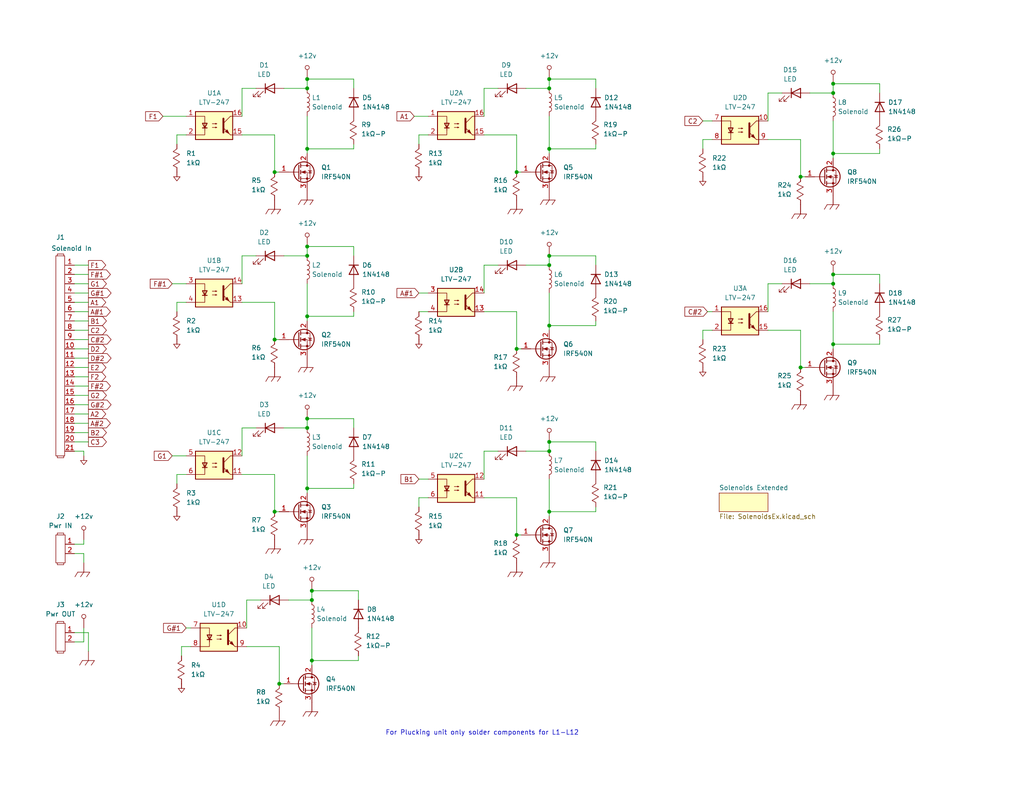
<source format=kicad_sch>
(kicad_sch (version 20250114) (generator "eeschema") (generator_version "9.0")
  (paper "A")
  (title_block (title "Fretting Solenoid Breakout") (date "2025-03-10") (rev "B"))
  (text "For Plucking unit only solder components for L1-L12" (at 131.572 200.152 0) (effects (font (size 1.27 1.27))))
  (junction (at 85.09 180.34))
  (junction (at 83.82 69.85))
  (junction (at 83.82 67.31))
  (junction (at 149.86 40.64))
  (junction (at 149.86 72.39))
  (junction (at 83.82 21.59))
  (junction (at 227.33 22.86))
  (junction (at 149.86 21.59))
  (junction (at 83.82 86.36))
  (junction (at 83.82 40.64))
  (junction (at 227.33 93.98))
  (junction (at 74.93 92.71))
  (junction (at 140.97 46.99))
  (junction (at 85.09 163.83))
  (junction (at 227.33 74.93))
  (junction (at 149.86 88.9))
  (junction (at 149.86 123.19))
  (junction (at 140.97 146.05))
  (junction (at 83.82 24.13))
  (junction (at 218.44 48.26))
  (junction (at 227.33 77.47))
  (junction (at 149.86 24.13))
  (junction (at 76.2 186.69))
  (junction (at 149.86 120.65))
  (junction (at 149.86 139.7))
  (junction (at 85.09 161.29))
  (junction (at 83.82 114.3))
  (junction (at 227.33 41.91))
  (junction (at 74.93 139.7))
  (junction (at 218.44 100.33))
  (junction (at 83.82 133.35))
  (junction (at 140.97 95.25))
  (junction (at 74.93 46.99))
  (junction (at 227.33 25.4))
  (junction (at 149.86 69.85))
  (junction (at 83.82 116.84))
  (wire (pts (xy 140.97 95.25) (xy 142.24 95.25)))
  (wire (pts (xy 20.32 123.19) (xy 22.86 123.19)))
  (wire (pts (xy 20.32 110.49) (xy 24.13 110.49)))
  (wire (pts (xy 20.32 115.57) (xy 24.13 115.57)))
  (wire (pts (xy 83.82 21.59) (xy 96.52 21.59)))
  (wire (pts (xy 44.45 31.75) (xy 50.8 31.75)))
  (wire (pts (xy 162.56 88.9) (xy 162.56 87.63)))
  (wire (pts (xy 149.86 90.17) (xy 149.86 88.9)))
  (wire (pts (xy 85.09 180.34) (xy 85.09 171.45)))
  (wire (pts (xy 20.32 97.79) (xy 24.13 97.79)))
  (wire (pts (xy 149.86 139.7) (xy 149.86 130.81)))
  (wire (pts (xy 209.55 77.47) (xy 209.55 85.09)))
  (wire (pts (xy 77.47 24.13) (xy 83.82 24.13)))
  (wire (pts (xy 83.82 114.3) (xy 83.82 116.84)))
  (wire (pts (xy 83.82 114.3) (xy 96.52 114.3)))
  (wire (pts (xy 48.26 36.83) (xy 48.26 39.37)))
  (wire (pts (xy 240.03 41.91) (xy 240.03 40.64)))
  (wire (pts (xy 114.3 130.81) (xy 116.84 130.81)))
  (wire (pts (xy 96.52 116.84) (xy 96.52 114.3)))
  (wire (pts (xy 78.74 163.83) (xy 85.09 163.83)))
  (wire (pts (xy 191.77 33.02) (xy 194.31 33.02)))
  (wire (pts (xy 149.86 139.7) (xy 162.56 139.7)))
  (wire (pts (xy 46.99 77.47) (xy 50.8 77.47)))
  (wire (pts (xy 132.08 72.39) (xy 132.08 80.01)))
  (wire (pts (xy 132.08 24.13) (xy 132.08 31.75)))
  (wire (pts (xy 162.56 24.13) (xy 162.56 21.59)))
  (wire (pts (xy 162.56 139.7) (xy 162.56 138.43)))
  (wire (pts (xy 85.09 161.29) (xy 97.79 161.29)))
  (wire (pts (xy 67.31 163.83) (xy 67.31 171.45)))
  (wire (pts (xy 227.33 93.98) (xy 227.33 85.09)))
  (wire (pts (xy 22.86 171.45) (xy 22.86 175.26)))
  (wire (pts (xy 194.31 38.1) (xy 191.77 38.1)))
  (wire (pts (xy 96.52 69.85) (xy 96.52 67.31)))
  (wire (pts (xy 85.09 180.34) (xy 97.79 180.34)))
  (wire (pts (xy 50.8 36.83) (xy 48.26 36.83)))
  (wire (pts (xy 114.3 80.01) (xy 116.84 80.01)))
  (wire (pts (xy 140.97 46.99) (xy 142.24 46.99)))
  (wire (pts (xy 132.08 123.19) (xy 132.08 130.81)))
  (wire (pts (xy 240.03 93.98) (xy 240.03 92.71)))
  (wire (pts (xy 140.97 135.89) (xy 140.97 146.05)))
  (wire (pts (xy 227.33 41.91) (xy 240.03 41.91)))
  (wire (pts (xy 218.44 48.26) (xy 219.71 48.26)))
  (wire (pts (xy 20.32 92.71) (xy 24.13 92.71)))
  (wire (pts (xy 114.3 36.83) (xy 114.3 39.37)))
  (wire (pts (xy 83.82 67.31) (xy 96.52 67.31)))
  (wire (pts (xy 143.51 72.39) (xy 149.86 72.39)))
  (wire (pts (xy 227.33 22.86) (xy 240.03 22.86)))
  (wire (pts (xy 69.85 116.84) (xy 66.04 116.84)))
  (wire (pts (xy 66.04 129.54) (xy 74.93 129.54)))
  (wire (pts (xy 218.44 38.1) (xy 218.44 48.26)))
  (wire (pts (xy 20.32 87.63) (xy 24.13 87.63)))
  (wire (pts (xy 149.86 140.97) (xy 149.86 139.7)))
  (wire (pts (xy 96.52 40.64) (xy 96.52 39.37)))
  (wire (pts (xy 52.07 176.53) (xy 49.53 176.53)))
  (wire (pts (xy 20.32 82.55) (xy 24.13 82.55)))
  (wire (pts (xy 227.33 95.25) (xy 227.33 93.98)))
  (wire (pts (xy 149.86 21.59) (xy 162.56 21.59)))
  (wire (pts (xy 20.32 100.33) (xy 24.13 100.33)))
  (wire (pts (xy 149.86 40.64) (xy 149.86 31.75)))
  (wire (pts (xy 149.86 69.85) (xy 149.86 72.39)))
  (wire (pts (xy 20.32 105.41) (xy 24.13 105.41)))
  (wire (pts (xy 74.93 36.83) (xy 74.93 46.99)))
  (wire (pts (xy 149.86 120.65) (xy 162.56 120.65)))
  (wire (pts (xy 96.52 86.36) (xy 96.52 85.09)))
  (wire (pts (xy 194.31 90.17) (xy 191.77 90.17)))
  (wire (pts (xy 149.86 120.65) (xy 149.86 123.19)))
  (wire (pts (xy 96.52 133.35) (xy 96.52 132.08)))
  (wire (pts (xy 143.51 123.19) (xy 149.86 123.19)))
  (wire (pts (xy 20.32 120.65) (xy 24.13 120.65)))
  (wire (pts (xy 227.33 74.93) (xy 240.03 74.93)))
  (wire (pts (xy 74.93 82.55) (xy 74.93 92.71)))
  (wire (pts (xy 74.93 139.7) (xy 76.2 139.7)))
  (wire (pts (xy 77.47 69.85) (xy 83.82 69.85)))
  (wire (pts (xy 96.52 24.13) (xy 96.52 21.59)))
  (wire (pts (xy 220.98 25.4) (xy 227.33 25.4)))
  (wire (pts (xy 116.84 135.89) (xy 114.3 135.89)))
  (wire (pts (xy 83.82 86.36) (xy 96.52 86.36)))
  (wire (pts (xy 74.93 92.71) (xy 76.2 92.71)))
  (wire (pts (xy 48.26 129.54) (xy 48.26 132.08)))
  (wire (pts (xy 114.3 85.09) (xy 116.84 85.09)))
  (wire (pts (xy 191.77 90.17) (xy 191.77 92.71)))
  (wire (pts (xy 140.97 146.05) (xy 142.24 146.05)))
  (wire (pts (xy 50.8 129.54) (xy 48.26 129.54)))
  (wire (pts (xy 66.04 82.55) (xy 74.93 82.55)))
  (wire (pts (xy 240.03 25.4) (xy 240.03 22.86)))
  (wire (pts (xy 213.36 25.4) (xy 209.55 25.4)))
  (wire (pts (xy 240.03 77.47) (xy 240.03 74.93)))
  (wire (pts (xy 85.09 161.29) (xy 85.09 163.83)))
  (wire (pts (xy 149.86 88.9) (xy 149.86 80.01)))
  (wire (pts (xy 132.08 135.89) (xy 140.97 135.89)))
  (wire (pts (xy 20.32 77.47) (xy 24.13 77.47)))
  (wire (pts (xy 113.03 31.75) (xy 116.84 31.75)))
  (wire (pts (xy 227.33 74.93) (xy 227.33 77.47)))
  (wire (pts (xy 50.8 171.45) (xy 52.07 171.45)))
  (wire (pts (xy 135.89 72.39) (xy 132.08 72.39)))
  (wire (pts (xy 209.55 25.4) (xy 209.55 33.02)))
  (wire (pts (xy 191.77 38.1) (xy 191.77 40.64)))
  (wire (pts (xy 66.04 69.85) (xy 66.04 77.47)))
  (wire (pts (xy 69.85 24.13) (xy 66.04 24.13)))
  (wire (pts (xy 227.33 22.86) (xy 227.33 25.4)))
  (wire (pts (xy 66.04 24.13) (xy 66.04 31.75)))
  (wire (pts (xy 85.09 181.61) (xy 85.09 180.34)))
  (wire (pts (xy 83.82 87.63) (xy 83.82 86.36)))
  (wire (pts (xy 20.32 113.03) (xy 24.13 113.03)))
  (wire (pts (xy 143.51 24.13) (xy 149.86 24.13)))
  (wire (pts (xy 218.44 100.33) (xy 219.71 100.33)))
  (wire (pts (xy 20.32 85.09) (xy 24.13 85.09)))
  (wire (pts (xy 135.89 123.19) (xy 132.08 123.19)))
  (wire (pts (xy 22.86 123.19) (xy 22.86 124.46)))
  (wire (pts (xy 135.89 24.13) (xy 132.08 24.13)))
  (wire (pts (xy 149.86 41.91) (xy 149.86 40.64)))
  (wire (pts (xy 83.82 133.35) (xy 83.82 124.46)))
  (wire (pts (xy 227.33 43.18) (xy 227.33 41.91)))
  (wire (pts (xy 20.32 74.93) (xy 24.13 74.93)))
  (wire (pts (xy 193.04 85.09) (xy 194.31 85.09)))
  (wire (pts (xy 83.82 41.91) (xy 83.82 40.64)))
  (wire (pts (xy 20.32 175.26) (xy 22.86 175.26)))
  (wire (pts (xy 66.04 36.83) (xy 74.93 36.83)))
  (wire (pts (xy 149.86 88.9) (xy 162.56 88.9)))
  (wire (pts (xy 46.99 124.46) (xy 50.8 124.46)))
  (wire (pts (xy 83.82 134.62) (xy 83.82 133.35)))
  (wire (pts (xy 20.32 72.39) (xy 24.13 72.39)))
  (wire (pts (xy 69.85 69.85) (xy 66.04 69.85)))
  (wire (pts (xy 132.08 85.09) (xy 140.97 85.09)))
  (wire (pts (xy 149.86 69.85) (xy 162.56 69.85)))
  (wire (pts (xy 76.2 186.69) (xy 77.47 186.69)))
  (wire (pts (xy 77.47 116.84) (xy 83.82 116.84)))
  (wire (pts (xy 67.31 176.53) (xy 76.2 176.53)))
  (wire (pts (xy 20.32 118.11) (xy 24.13 118.11)))
  (wire (pts (xy 149.86 40.64) (xy 162.56 40.64)))
  (wire (pts (xy 48.26 82.55) (xy 48.26 85.09)))
  (wire (pts (xy 22.86 151.13) (xy 22.86 153.67)))
  (wire (pts (xy 83.82 40.64) (xy 83.82 31.75)))
  (wire (pts (xy 20.32 151.13) (xy 22.86 151.13)))
  (wire (pts (xy 20.32 102.87) (xy 24.13 102.87)))
  (wire (pts (xy 22.86 148.59) (xy 22.86 147.32)))
  (wire (pts (xy 74.93 129.54) (xy 74.93 139.7)))
  (wire (pts (xy 83.82 133.35) (xy 96.52 133.35)))
  (wire (pts (xy 71.12 163.83) (xy 67.31 163.83)))
  (wire (pts (xy 20.32 80.01) (xy 24.13 80.01)))
  (wire (pts (xy 132.08 36.83) (xy 140.97 36.83)))
  (wire (pts (xy 162.56 72.39) (xy 162.56 69.85)))
  (wire (pts (xy 83.82 86.36) (xy 83.82 77.47)))
  (wire (pts (xy 83.82 21.59) (xy 83.82 24.13)))
  (wire (pts (xy 140.97 36.83) (xy 140.97 46.99)))
  (wire (pts (xy 20.32 148.59) (xy 22.86 148.59)))
  (wire (pts (xy 227.33 93.98) (xy 240.03 93.98)))
  (wire (pts (xy 218.44 90.17) (xy 218.44 100.33)))
  (wire (pts (xy 149.86 21.59) (xy 149.86 24.13)))
  (wire (pts (xy 20.32 107.95) (xy 24.13 107.95)))
  (wire (pts (xy 209.55 90.17) (xy 218.44 90.17)))
  (wire (pts (xy 116.84 36.83) (xy 114.3 36.83)))
  (wire (pts (xy 20.32 95.25) (xy 24.13 95.25)))
  (wire (pts (xy 66.04 116.84) (xy 66.04 124.46)))
  (wire (pts (xy 140.97 85.09) (xy 140.97 95.25)))
  (wire (pts (xy 20.32 172.72) (xy 24.13 172.72)))
  (wire (pts (xy 49.53 176.53) (xy 49.53 179.07)))
  (wire (pts (xy 97.79 163.83) (xy 97.79 161.29)))
  (wire (pts (xy 162.56 123.19) (xy 162.56 120.65)))
  (wire (pts (xy 50.8 82.55) (xy 48.26 82.55)))
  (wire (pts (xy 227.33 41.91) (xy 227.33 33.02)))
  (wire (pts (xy 20.32 90.17) (xy 24.13 90.17)))
  (wire (pts (xy 213.36 77.47) (xy 209.55 77.47)))
  (wire (pts (xy 97.79 180.34) (xy 97.79 179.07)))
  (wire (pts (xy 76.2 176.53) (xy 76.2 186.69)))
  (wire (pts (xy 209.55 38.1) (xy 218.44 38.1)))
  (wire (pts (xy 83.82 40.64) (xy 96.52 40.64)))
  (wire (pts (xy 83.82 67.31) (xy 83.82 69.85)))
  (wire (pts (xy 220.98 77.47) (xy 227.33 77.47)))
  (wire (pts (xy 74.93 46.99) (xy 76.2 46.99)))
  (wire (pts (xy 114.3 135.89) (xy 114.3 138.43)))
  (wire (pts (xy 24.13 172.72) (xy 24.13 177.8)))
  (wire (pts (xy 162.56 40.64) (xy 162.56 39.37)))
  (global_label "A#1" (shape output) (at 24.13 85.09 0) (property "Intersheetrefs" "${INTERSHEET_REFS}" (effects (hide yes))))
  (global_label "D2" (shape output) (at 24.13 95.25 0) (property "Intersheetrefs" "${INTERSHEET_REFS}" (effects (hide yes))))
  (global_label "B1" (shape input) (at 114.3 130.81 180) (property "Intersheetrefs" "${INTERSHEET_REFS}" (effects (hide yes))))
  (global_label "G1" (shape output) (at 24.13 77.47 0) (property "Intersheetrefs" "${INTERSHEET_REFS}" (effects (hide yes))))
  (global_label "C#2" (shape input) (at 193.04 85.09 180) (property "Intersheetrefs" "${INTERSHEET_REFS}" (effects (hide yes))))
  (global_label "F#1" (shape output) (at 24.13 74.93 0) (property "Intersheetrefs" "${INTERSHEET_REFS}" (effects (hide yes))))
  (global_label "A2" (shape output) (at 24.13 113.03 0) (property "Intersheetrefs" "${INTERSHEET_REFS}" (effects (hide yes))))
  (global_label "F2" (shape output) (at 24.13 102.87 0) (property "Intersheetrefs" "${INTERSHEET_REFS}" (effects (hide yes))))
  (global_label "G#2" (shape output) (at 24.13 110.49 0) (property "Intersheetrefs" "${INTERSHEET_REFS}" (effects (hide yes))))
  (global_label "C#2" (shape output) (at 24.13 92.71 0) (property "Intersheetrefs" "${INTERSHEET_REFS}" (effects (hide yes))))
  (global_label "C2" (shape output) (at 24.13 90.17 0) (property "Intersheetrefs" "${INTERSHEET_REFS}" (effects (hide yes))))
  (global_label "F#1" (shape input) (at 46.99 77.47 180) (property "Intersheetrefs" "${INTERSHEET_REFS}" (effects (hide yes))))
  (global_label "G#1" (shape output) (at 24.13 80.01 0) (property "Intersheetrefs" "${INTERSHEET_REFS}" (effects (hide yes))))
  (global_label "A1" (shape output) (at 24.13 82.55 0) (property "Intersheetrefs" "${INTERSHEET_REFS}" (effects (hide yes))))
  (global_label "A1" (shape input) (at 113.03 31.75 180) (property "Intersheetrefs" "${INTERSHEET_REFS}" (effects (hide yes))))
  (global_label "G2" (shape output) (at 24.13 107.95 0) (property "Intersheetrefs" "${INTERSHEET_REFS}" (effects (hide yes))))
  (global_label "E2" (shape output) (at 24.13 100.33 0) (property "Intersheetrefs" "${INTERSHEET_REFS}" (effects (hide yes))))
  (global_label "F1" (shape input) (at 44.45 31.75 180) (property "Intersheetrefs" "${INTERSHEET_REFS}" (effects (hide yes))))
  (global_label "C2" (shape input) (at 191.77 33.02 180) (property "Intersheetrefs" "${INTERSHEET_REFS}" (effects (hide yes))))
  (global_label "B2" (shape output) (at 24.13 118.11 0) (property "Intersheetrefs" "${INTERSHEET_REFS}" (effects (hide yes))))
  (global_label "A#2" (shape output) (at 24.13 115.57 0) (property "Intersheetrefs" "${INTERSHEET_REFS}" (effects (hide yes))))
  (global_label "F#2" (shape output) (at 24.13 105.41 0) (property "Intersheetrefs" "${INTERSHEET_REFS}" (effects (hide yes))))
  (global_label "C3" (shape output) (at 24.13 120.65 0) (property "Intersheetrefs" "${INTERSHEET_REFS}" (effects (hide yes))))
  (global_label "F1" (shape output) (at 24.13 72.39 0) (property "Intersheetrefs" "${INTERSHEET_REFS}" (effects (hide yes))))
  (global_label "B1" (shape output) (at 24.13 87.63 0) (property "Intersheetrefs" "${INTERSHEET_REFS}" (effects (hide yes))))
  (global_label "D#2" (shape output) (at 24.13 97.79 0) (property "Intersheetrefs" "${INTERSHEET_REFS}" (effects (hide yes))))
  (global_label "G#1" (shape input) (at 50.8 171.45 180) (property "Intersheetrefs" "${INTERSHEET_REFS}" (effects (hide yes))))
  (global_label "A#1" (shape input) (at 114.3 80.01 180) (property "Intersheetrefs" "${INTERSHEET_REFS}" (effects (hide yes))))
  (global_label "G1" (shape input) (at 46.99 124.46 180) (property "Intersheetrefs" "${INTERSHEET_REFS}" (effects (hide yes))))
  (symbol (lib_id "Custom Power:GND") (at 48.26 46.99 0) (unit 1) (in_bom no) (on_board no)
    (property "Reference" "#PWR06" (effects (hide yes)))
    (property "Value" "GND" (effects (hide yes)))
  )
  (symbol (lib_id "Isolator:LTV-247") (at 124.46 82.55 0) (unit 2)
    (property "Reference" "U2" (at 124.46 73.66 0))
    (property "Value" "LTV-247" (at 124.46 76.2 0))
    (property "Footprint" "Package_SO:SOP-16_4.4x10.4mm_P1.27mm" (effects (hide yes)))
    (property "Datasheet" "http://optoelectronics.liteon.com/upload/download/DS70-2009-0014/LTV-2X7%20sereis%20Mar17.PDF" (effects (hide yes)))
    (property "Description" "DC Quad Optocoupler, Vce 80V, CTR 100-600%, SOP-16" (effects (hide yes)))
  )
  (symbol (lib_id "Custom Power:Chassis_GND") (at 76.2 194.31 0) (unit 1) (in_bom no) (on_board no)
    (property "Reference" "#PWR013" (effects (hide yes)))
    (property "Value" "Chassis_GND" (effects (hide yes)))
  )
  (symbol (lib_id "Custom Power:Chassis_GND") (at 227.33 53.34 0) (unit 1) (in_bom no) (on_board no)
    (property "Reference" "#PWR039" (effects (hide yes)))
    (property "Value" "Chassis_GND" (effects (hide yes)))
  )
  (symbol (lib_id "Device:LED") (at 73.66 116.84 0) (unit 1)
    (property "Reference" "D3" (at 72.0725 110.49 0))
    (property "Value" "LED" (at 72.0725 113.03 0))
    (property "Footprint" "LED_SMD:LED_0805_2012Metric_Pad1.15x1.40mm_HandSolder" (effects (hide yes)))
    (property "Description" "Light emitting diode" (effects (hide yes)))
  )
  (symbol (lib_id "Diode:1N4148") (at 97.79 167.64 270) (unit 1)
    (property "Reference" "D8" (at 100.076 166.37 90) (effects (justify left)))
    (property "Value" "1N4148" (at 100.076 168.91 90) (effects (justify left)))
    (property "Footprint" "LED_SMD:LED_0805_2012Metric_Pad1.15x1.40mm_HandSolder" (effects (hide yes)))
    (property "Datasheet" "https://assets.nexperia.com/documents/data-sheet/1N4148_1N4448.pdf" (effects (hide yes)))
    (property "Description" "100V 0.15A standard switching diode, DO-35" (effects (hide yes)))
    (property "Sim.Device" "D" (effects (hide yes)))
    (property "Sim.Pins" "1=K 2=A" (effects (hide yes)))
  )
  (symbol (lib_id "Transistor_FET:IRF540N") (at 81.28 46.99 0) (unit 1)
    (property "Reference" "Q1" (at 87.63 45.7199 0) (effects (justify left)))
    (property "Value" "IRF540N" (at 87.63 48.2599 0) (effects (justify left)))
    (property "Footprint" "Package_TO_SOT_THT:TO-220-3_Horizontal_TabUp" (effects (hide yes)))
    (property "Datasheet" "http://www.irf.com/product-info/datasheets/data/irf540n.pdf" (effects (hide yes)))
    (property "Description" "33A Id, 100V Vds, HEXFET N-Channel MOSFET, TO-220" (effects (hide yes)))
  )
  (symbol (lib_id "Isolator:LTV-247") (at 124.46 34.29 0) (unit 1)
    (property "Reference" "U2" (at 124.46 25.4 0))
    (property "Value" "LTV-247" (at 124.46 27.94 0))
    (property "Footprint" "Package_SO:SOP-16_4.4x10.4mm_P1.27mm" (effects (hide yes)))
    (property "Datasheet" "http://optoelectronics.liteon.com/upload/download/DS70-2009-0014/LTV-2X7%20sereis%20Mar17.PDF" (effects (hide yes)))
    (property "Description" "DC Quad Optocoupler, Vce 80V, CTR 100-600%, SOP-16" (effects (hide yes)))
  )
  (symbol (lib_id "Custom Power:+12v") (at 227.33 73.66 0) (unit 1) (in_bom no) (on_board no)
    (property "Reference" "#PWR040" (effects (hide yes)))
    (property "Value" "+12v" (at 227.33 68.58 0))
  )
  (symbol (lib_id "Transistor_FET:IRF540N") (at 147.32 46.99 0) (unit 1)
    (property "Reference" "Q5" (at 153.67 45.7199 0) (effects (justify left)))
    (property "Value" "IRF540N" (at 153.67 48.2599 0) (effects (justify left)))
    (property "Footprint" "Package_TO_SOT_THT:TO-220-3_Horizontal_TabUp" (effects (hide yes)))
    (property "Datasheet" "http://www.irf.com/product-info/datasheets/data/irf540n.pdf" (effects (hide yes)))
    (property "Description" "33A Id, 100V Vds, HEXFET N-Channel MOSFET, TO-220" (effects (hide yes)))
  )
  (symbol (lib_id "Isolator:LTV-247") (at 58.42 34.29 0) (unit 1)
    (property "Reference" "U1" (at 58.42 25.4 0))
    (property "Value" "LTV-247" (at 58.42 27.94 0))
    (property "Footprint" "Package_SO:SOP-16_4.4x10.4mm_P1.27mm" (effects (hide yes)))
    (property "Datasheet" "http://optoelectronics.liteon.com/upload/download/DS70-2009-0014/LTV-2X7%20sereis%20Mar17.PDF" (effects (hide yes)))
    (property "Description" "DC Quad Optocoupler, Vce 80V, CTR 100-600%, SOP-16" (effects (hide yes)))
  )
  (symbol (lib_id "Isolator:LTV-247") (at 59.69 173.99 0) (unit 4)
    (property "Reference" "U1" (at 59.69 165.1 0))
    (property "Value" "LTV-247" (at 59.69 167.64 0))
    (property "Footprint" "Package_SO:SOP-16_4.4x10.4mm_P1.27mm" (effects (hide yes)))
    (property "Datasheet" "http://optoelectronics.liteon.com/upload/download/DS70-2009-0014/LTV-2X7%20sereis%20Mar17.PDF" (effects (hide yes)))
    (property "Description" "DC Quad Optocoupler, Vce 80V, CTR 100-600%, SOP-16" (effects (hide yes)))
  )
  (symbol (lib_id "Custom Power:Chassis_GND") (at 149.86 100.33 0) (unit 1) (in_bom no) (on_board no)
    (property "Reference" "#PWR031" (effects (hide yes)))
    (property "Value" "Chassis_GND" (effects (hide yes)))
  )
  (symbol (lib_id "Device:L") (at 149.86 76.2 0) (unit 1)
    (property "Reference" "L6" (at 151.13 74.9299 0) (effects (justify left)))
    (property "Value" "Solenoid" (at 151.13 77.4699 0) (effects (justify left)))
    (property "Footprint" "OF Footprints:Small Expanded TH" (effects (hide yes)))
    (property "Description" "Inductor" (effects (hide yes)))
  )
  (symbol (lib_id "OF symbols:Resistor_Mod") (at 162.56 35.56 90) (unit 1)
    (property "Reference" "R19" (at 164.592 34.036 90) (effects (justify right)))
    (property "Value" "1kΩ-P" (at 164.592 36.576 90) (effects (justify right)))
    (property "Footprint" "Resistor_SMD:R_1206_3216Metric_Pad1.30x1.75mm_HandSolder" (effects (hide yes)))
  )
  (symbol (lib_id "Custom Power:+12v") (at 83.82 113.03 0) (unit 1) (in_bom no) (on_board no)
    (property "Reference" "#PWR018" (effects (hide yes)))
    (property "Value" "+12v" (at 83.82 107.95 0))
  )
  (symbol (lib_id "Custom Power:Chassis_GND") (at 24.13 177.8 0) (unit 1) (in_bom no) (on_board no)
    (property "Reference" "#PWR05" (effects (hide yes)))
    (property "Value" "Chassis_GND" (effects (hide yes)))
  )
  (symbol (lib_id "Custom Power:GND") (at 48.26 92.71 0) (unit 1) (in_bom no) (on_board no)
    (property "Reference" "#PWR07" (effects (hide yes)))
    (property "Value" "GND" (effects (hide yes)))
  )
  (symbol (lib_id "Device:LED") (at 74.93 163.83 0) (unit 1)
    (property "Reference" "D4" (at 73.3425 157.48 0))
    (property "Value" "LED" (at 73.3425 160.02 0))
    (property "Footprint" "LED_SMD:LED_0805_2012Metric_Pad1.15x1.40mm_HandSolder" (effects (hide yes)))
    (property "Description" "Light emitting diode" (effects (hide yes)))
  )
  (symbol (lib_id "Owen's Symbols:Header_1x2") (at 20.32 172.72 0) (unit 1)
    (property "Reference" "J3" (at 16.51 165.1 0))
    (property "Value" "Pwr OUT" (at 16.51 167.64 0))
    (property "Footprint" "OF Footprints:Two_Pin_Screw_Terminal" (effects (hide yes)))
  )
  (symbol (lib_id "Owen's Symbols:Resistor_Mod") (at 49.53 182.88 90) (unit 1)
    (property "Reference" "R4" (at 52.07 181.6099 90) (effects (justify right)))
    (property "Value" "1kΩ" (at 52.07 184.1499 90) (effects (justify right)))
    (property "Footprint" "Resistor_SMD:R_0805_2012Metric_Pad1.20x1.40mm_HandSolder" (effects (hide yes)))
  )
  (symbol (lib_id "Custom Power:GND") (at 114.3 146.05 0) (unit 1) (in_bom no) (on_board no)
    (property "Reference" "#PWR024" (effects (hide yes)))
    (property "Value" "GND" (effects (hide yes)))
  )
  (symbol (lib_id "Transistor_FET:IRF540N") (at 224.79 48.26 0) (unit 1)
    (property "Reference" "Q8" (at 231.14 46.9899 0) (effects (justify left)))
    (property "Value" "IRF540N" (at 231.14 49.5299 0) (effects (justify left)))
    (property "Footprint" "Package_TO_SOT_THT:TO-220-3_Horizontal_TabUp" (effects (hide yes)))
    (property "Datasheet" "http://www.irf.com/product-info/datasheets/data/irf540n.pdf" (effects (hide yes)))
    (property "Description" "33A Id, 100V Vds, HEXFET N-Channel MOSFET, TO-220" (effects (hide yes)))
  )
  (symbol (lib_id "Isolator:LTV-247") (at 201.93 35.56 0) (unit 4)
    (property "Reference" "U2" (at 201.93 26.67 0))
    (property "Value" "LTV-247" (at 201.93 29.21 0))
    (property "Footprint" "Package_SO:SOP-16_4.4x10.4mm_P1.27mm" (effects (hide yes)))
    (property "Datasheet" "http://optoelectronics.liteon.com/upload/download/DS70-2009-0014/LTV-2X7%20sereis%20Mar17.PDF" (effects (hide yes)))
    (property "Description" "DC Quad Optocoupler, Vce 80V, CTR 100-600%, SOP-16" (effects (hide yes)))
  )
  (symbol (lib_id "Diode:1N4148") (at 96.52 120.65 270) (unit 1)
    (property "Reference" "D7" (at 98.806 119.38 90) (effects (justify left)))
    (property "Value" "1N4148" (at 98.806 121.92 90) (effects (justify left)))
    (property "Footprint" "LED_SMD:LED_0805_2012Metric_Pad1.15x1.40mm_HandSolder" (effects (hide yes)))
    (property "Datasheet" "https://assets.nexperia.com/documents/data-sheet/1N4148_1N4448.pdf" (effects (hide yes)))
    (property "Description" "100V 0.15A standard switching diode, DO-35" (effects (hide yes)))
    (property "Sim.Device" "D" (effects (hide yes)))
    (property "Sim.Pins" "1=K 2=A" (effects (hide yes)))
  )
  (symbol (lib_id "Transistor_FET:IRF540N") (at 224.79 100.33 0) (unit 1)
    (property "Reference" "Q9" (at 231.14 99.0599 0) (effects (justify left)))
    (property "Value" "IRF540N" (at 231.14 101.5999 0) (effects (justify left)))
    (property "Footprint" "Package_TO_SOT_THT:TO-220-3_Horizontal_TabUp" (effects (hide yes)))
    (property "Datasheet" "http://www.irf.com/product-info/datasheets/data/irf540n.pdf" (effects (hide yes)))
    (property "Description" "33A Id, 100V Vds, HEXFET N-Channel MOSFET, TO-220" (effects (hide yes)))
  )
  (symbol (lib_id "OF symbols:Resistor_Mod") (at 240.03 88.9 90) (unit 1)
    (property "Reference" "R27" (at 242.062 87.376 90) (effects (justify right)))
    (property "Value" "1kΩ-P" (at 242.062 89.916 90) (effects (justify right)))
    (property "Footprint" "Resistor_SMD:R_1206_3216Metric_Pad1.30x1.75mm_HandSolder" (effects (hide yes)))
  )
  (symbol (lib_id "Custom Power:GND") (at 191.77 100.33 0) (unit 1) (in_bom no) (on_board no)
    (property "Reference" "#PWR035" (effects (hide yes)))
    (property "Value" "GND" (effects (hide yes)))
  )
  (symbol (lib_id "Transistor_FET:IRF540N") (at 81.28 92.71 0) (unit 1)
    (property "Reference" "Q2" (at 87.63 91.4399 0) (effects (justify left)))
    (property "Value" "IRF540N" (at 87.63 93.9799 0) (effects (justify left)))
    (property "Footprint" "Package_TO_SOT_THT:TO-220-3_Horizontal_TabUp" (effects (hide yes)))
    (property "Datasheet" "http://www.irf.com/product-info/datasheets/data/irf540n.pdf" (effects (hide yes)))
    (property "Description" "33A Id, 100V Vds, HEXFET N-Channel MOSFET, TO-220" (effects (hide yes)))
  )
  (symbol (lib_id "Custom Power:+12v") (at 83.82 20.32 0) (unit 1) (in_bom no) (on_board no)
    (property "Reference" "#PWR014" (effects (hide yes)))
    (property "Value" "+12v" (at 83.82 15.24 0))
  )
  (symbol (lib_id "Custom Symbols:Resistor_Mod") (at 74.93 96.52 90) (unit 1)
    (property "Reference" "R6" (at 68.58 94.996 90) (effects (justify right)))
    (property "Value" "1kΩ" (at 68.58 97.536 90) (effects (justify right)))
    (property "Footprint" "Resistor_SMD:R_0805_2012Metric_Pad1.20x1.40mm_HandSolder" (effects (hide yes)))
  )
  (symbol (lib_id "Diode:1N4148") (at 96.52 73.66 270) (unit 1)
    (property "Reference" "D6" (at 98.806 72.39 90) (effects (justify left)))
    (property "Value" "1N4148" (at 98.806 74.93 90) (effects (justify left)))
    (property "Footprint" "LED_SMD:LED_0805_2012Metric_Pad1.15x1.40mm_HandSolder" (effects (hide yes)))
    (property "Datasheet" "https://assets.nexperia.com/documents/data-sheet/1N4148_1N4448.pdf" (effects (hide yes)))
    (property "Description" "100V 0.15A standard switching diode, DO-35" (effects (hide yes)))
    (property "Sim.Device" "D" (effects (hide yes)))
    (property "Sim.Pins" "1=K 2=A" (effects (hide yes)))
  )
  (symbol (lib_id "Device:LED") (at 217.17 25.4 0) (unit 1)
    (property "Reference" "D15" (at 215.5825 19.05 0))
    (property "Value" "LED" (at 215.5825 21.59 0))
    (property "Footprint" "LED_SMD:LED_0805_2012Metric_Pad1.15x1.40mm_HandSolder" (effects (hide yes)))
    (property "Description" "Light emitting diode" (effects (hide yes)))
  )
  (symbol (lib_id "Transistor_FET:IRF540N") (at 147.32 95.25 0) (unit 1)
    (property "Reference" "Q6" (at 153.67 93.9799 0) (effects (justify left)))
    (property "Value" "IRF540N" (at 153.67 96.5199 0) (effects (justify left)))
    (property "Footprint" "Package_TO_SOT_THT:TO-220-3_Horizontal_TabUp" (effects (hide yes)))
    (property "Datasheet" "http://www.irf.com/product-info/datasheets/data/irf540n.pdf" (effects (hide yes)))
    (property "Description" "33A Id, 100V Vds, HEXFET N-Channel MOSFET, TO-220" (effects (hide yes)))
  )
  (symbol (lib_id "Device:LED") (at 73.66 69.85 0) (unit 1)
    (property "Reference" "D2" (at 72.0725 63.5 0))
    (property "Value" "LED" (at 72.0725 66.04 0))
    (property "Footprint" "LED_SMD:LED_0805_2012Metric_Pad1.15x1.40mm_HandSolder" (effects (hide yes)))
    (property "Description" "Light emitting diode" (effects (hide yes)))
  )
  (symbol (lib_id "Custom Power:Chassis_GND") (at 149.86 151.13 0) (unit 1) (in_bom no) (on_board no)
    (property "Reference" "#PWR033" (effects (hide yes)))
    (property "Value" "Chassis_GND" (effects (hide yes)))
  )
  (symbol (lib_id "Device:LED") (at 139.7 123.19 0) (unit 1)
    (property "Reference" "D11" (at 138.1125 116.84 0))
    (property "Value" "LED" (at 138.1125 119.38 0))
    (property "Footprint" "LED_SMD:LED_0805_2012Metric_Pad1.15x1.40mm_HandSolder" (effects (hide yes)))
    (property "Description" "Light emitting diode" (effects (hide yes)))
  )
  (symbol (lib_id "Custom Power:Chassis_GND") (at 218.44 55.88 0) (unit 1) (in_bom no) (on_board no)
    (property "Reference" "#PWR036" (effects (hide yes)))
    (property "Value" "Chassis_GND" (effects (hide yes)))
  )
  (symbol (lib_id "Custom Power:Chassis_GND") (at 85.09 191.77 0) (unit 1) (in_bom no) (on_board no)
    (property "Reference" "#PWR021" (effects (hide yes)))
    (property "Value" "Chassis_GND" (effects (hide yes)))
  )
  (symbol (lib_id "Custom Power:GND") (at 114.3 92.71 0) (unit 1) (in_bom no) (on_board no)
    (property "Reference" "#PWR023" (effects (hide yes)))
    (property "Value" "GND" (effects (hide yes)))
  )
  (symbol (lib_id "OF symbols:Resistor_Mod") (at 240.03 36.83 90) (unit 1)
    (property "Reference" "R26" (at 242.062 35.306 90) (effects (justify right)))
    (property "Value" "1kΩ-P" (at 242.062 37.846 90) (effects (justify right)))
    (property "Footprint" "Resistor_SMD:R_1206_3216Metric_Pad1.30x1.75mm_HandSolder" (effects (hide yes)))
  )
  (symbol (lib_id "Custom Power:Chassis_GND") (at 149.86 52.07 0) (unit 1) (in_bom no) (on_board no)
    (property "Reference" "#PWR029" (effects (hide yes)))
    (property "Value" "Chassis_GND" (effects (hide yes)))
  )
  (symbol (lib_id "Owen's Symbols:Resistor_Mod") (at 191.77 96.52 90) (unit 1)
    (property "Reference" "R23" (at 194.31 95.2499 90) (effects (justify right)))
    (property "Value" "1kΩ" (at 194.31 97.7899 90) (effects (justify right)))
    (property "Footprint" "Resistor_SMD:R_0805_2012Metric_Pad1.20x1.40mm_HandSolder" (effects (hide yes)))
  )
  (symbol (lib_id "Owen's Symbols:Resistor_Mod") (at 114.3 88.9 90) (unit 1)
    (property "Reference" "R14" (at 116.84 87.6299 90) (effects (justify right)))
    (property "Value" "1kΩ" (at 116.84 90.1699 90) (effects (justify right)))
    (property "Footprint" "Resistor_SMD:R_0805_2012Metric_Pad1.20x1.40mm_HandSolder" (effects (hide yes)))
  )
  (symbol (lib_id "Custom Power:Chassis_GND") (at 83.82 144.78 0) (unit 1) (in_bom no) (on_board no)
    (property "Reference" "#PWR019" (effects (hide yes)))
    (property "Value" "Chassis_GND" (effects (hide yes)))
  )
  (symbol (lib_id "OF symbols:Resistor_Mod") (at 96.52 128.27 90) (unit 1)
    (property "Reference" "R11" (at 98.552 126.746 90) (effects (justify right)))
    (property "Value" "1kΩ-P" (at 98.552 129.286 90) (effects (justify right)))
    (property "Footprint" "Resistor_SMD:R_1206_3216Metric_Pad1.30x1.75mm_HandSolder" (effects (hide yes)))
  )
  (symbol (lib_id "Device:L") (at 83.82 73.66 0) (unit 1)
    (property "Reference" "L2" (at 85.09 72.3899 0) (effects (justify left)))
    (property "Value" "Solenoid" (at 85.09 74.9299 0) (effects (justify left)))
    (property "Footprint" "OF Footprints:Small Expanded TH" (effects (hide yes)))
    (property "Description" "Inductor" (effects (hide yes)))
  )
  (symbol (lib_id "Isolator:LTV-247") (at 124.46 133.35 0) (unit 3)
    (property "Reference" "U2" (at 124.46 124.46 0))
    (property "Value" "LTV-247" (at 124.46 127 0))
    (property "Footprint" "Package_SO:SOP-16_4.4x10.4mm_P1.27mm" (effects (hide yes)))
    (property "Datasheet" "http://optoelectronics.liteon.com/upload/download/DS70-2009-0014/LTV-2X7%20sereis%20Mar17.PDF" (effects (hide yes)))
    (property "Description" "DC Quad Optocoupler, Vce 80V, CTR 100-600%, SOP-16" (effects (hide yes)))
  )
  (symbol (lib_id "Owen's Symbols:Resistor_Mod") (at 114.3 43.18 90) (unit 1)
    (property "Reference" "R13" (at 116.84 41.9099 90) (effects (justify right)))
    (property "Value" "1kΩ" (at 116.84 44.4499 90) (effects (justify right)))
    (property "Footprint" "Resistor_SMD:R_0805_2012Metric_Pad1.20x1.40mm_HandSolder" (effects (hide yes)))
  )
  (symbol (lib_id "Device:L") (at 227.33 29.21 0) (unit 1)
    (property "Reference" "L8" (at 228.6 27.9399 0) (effects (justify left)))
    (property "Value" "Solenoid" (at 228.6 30.4799 0) (effects (justify left)))
    (property "Footprint" "OF Footprints:Small Expanded TH" (effects (hide yes)))
    (property "Description" "Inductor" (effects (hide yes)))
  )
  (symbol (lib_id "Custom Power:Chassis_GND") (at 83.82 52.07 0) (unit 1) (in_bom no) (on_board no)
    (property "Reference" "#PWR015" (effects (hide yes)))
    (property "Value" "Chassis_GND" (effects (hide yes)))
  )
  (symbol (lib_id "Custom Power:+12v") (at 149.86 20.32 0) (unit 1) (in_bom no) (on_board no)
    (property "Reference" "#PWR028" (effects (hide yes)))
    (property "Value" "+12v" (at 149.86 15.24 0))
  )
  (symbol (lib_id "Transistor_FET:IRF540N") (at 82.55 186.69 0) (unit 1)
    (property "Reference" "Q4" (at 88.9 185.4199 0) (effects (justify left)))
    (property "Value" "IRF540N" (at 88.9 187.9599 0) (effects (justify left)))
    (property "Footprint" "Package_TO_SOT_THT:TO-220-3_Horizontal_TabUp" (effects (hide yes)))
    (property "Datasheet" "http://www.irf.com/product-info/datasheets/data/irf540n.pdf" (effects (hide yes)))
    (property "Description" "33A Id, 100V Vds, HEXFET N-Channel MOSFET, TO-220" (effects (hide yes)))
  )
  (symbol (lib_id "Custom Power:Chassis_GND") (at 140.97 54.61 0) (unit 1) (in_bom no) (on_board no)
    (property "Reference" "#PWR025" (effects (hide yes)))
    (property "Value" "Chassis_GND" (effects (hide yes)))
  )
  (symbol (lib_id "Custom Symbols:Resistor_Mod") (at 74.93 143.51 90) (unit 1)
    (property "Reference" "R7" (at 68.58 141.986 90) (effects (justify right)))
    (property "Value" "1kΩ" (at 68.58 144.526 90) (effects (justify right)))
    (property "Footprint" "Resistor_SMD:R_0805_2012Metric_Pad1.20x1.40mm_HandSolder" (effects (hide yes)))
  )
  (symbol (lib_id "Device:LED") (at 139.7 24.13 0) (unit 1)
    (property "Reference" "D9" (at 138.1125 17.78 0))
    (property "Value" "LED" (at 138.1125 20.32 0))
    (property "Footprint" "LED_SMD:LED_0805_2012Metric_Pad1.15x1.40mm_HandSolder" (effects (hide yes)))
    (property "Description" "Light emitting diode" (effects (hide yes)))
  )
  (symbol (lib_id "Isolator:LTV-247") (at 201.93 87.63 0) (unit 1)
    (property "Reference" "U3" (at 201.93 78.74 0))
    (property "Value" "LTV-247" (at 201.93 81.28 0))
    (property "Footprint" "Package_SO:SOP-16_4.4x10.4mm_P1.27mm" (effects (hide yes)))
    (property "Datasheet" "http://optoelectronics.liteon.com/upload/download/DS70-2009-0014/LTV-2X7%20sereis%20Mar17.PDF" (effects (hide yes)))
    (property "Description" "DC Quad Optocoupler, Vce 80V, CTR 100-600%, SOP-16" (effects (hide yes)))
  )
  (symbol (lib_id "OF symbols:Resistor_Mod") (at 162.56 83.82 90) (unit 1)
    (property "Reference" "R20" (at 164.592 82.296 90) (effects (justify right)))
    (property "Value" "1kΩ-P" (at 164.592 84.836 90) (effects (justify right)))
    (property "Footprint" "Resistor_SMD:R_1206_3216Metric_Pad1.30x1.75mm_HandSolder" (effects (hide yes)))
  )
  (symbol (lib_id "Device:L") (at 83.82 120.65 0) (unit 1)
    (property "Reference" "L3" (at 85.09 119.3799 0) (effects (justify left)))
    (property "Value" "Solenoid" (at 85.09 121.9199 0) (effects (justify left)))
    (property "Footprint" "OF Footprints:Small Expanded TH" (effects (hide yes)))
    (property "Description" "Inductor" (effects (hide yes)))
  )
  (symbol (lib_id "Device:LED") (at 139.7 72.39 0) (unit 1)
    (property "Reference" "D10" (at 138.1125 66.04 0))
    (property "Value" "LED" (at 138.1125 68.58 0))
    (property "Footprint" "LED_SMD:LED_0805_2012Metric_Pad1.15x1.40mm_HandSolder" (effects (hide yes)))
    (property "Description" "Light emitting diode" (effects (hide yes)))
  )
  (symbol (lib_id "Custom Power:+12v") (at 149.86 68.58 0) (unit 1) (in_bom no) (on_board no)
    (property "Reference" "#PWR030" (effects (hide yes)))
    (property "Value" "+12v" (at 149.86 63.5 0))
  )
  (symbol (lib_id "Isolator:LTV-247") (at 58.42 127 0) (unit 3)
    (property "Reference" "U1" (at 58.42 118.11 0))
    (property "Value" "LTV-247" (at 58.42 120.65 0))
    (property "Footprint" "Package_SO:SOP-16_4.4x10.4mm_P1.27mm" (effects (hide yes)))
    (property "Datasheet" "http://optoelectronics.liteon.com/upload/download/DS70-2009-0014/LTV-2X7%20sereis%20Mar17.PDF" (effects (hide yes)))
    (property "Description" "DC Quad Optocoupler, Vce 80V, CTR 100-600%, SOP-16" (effects (hide yes)))
  )
  (symbol (lib_id "Custom Power:Chassis_GND") (at 140.97 153.67 0) (unit 1) (in_bom no) (on_board no)
    (property "Reference" "#PWR027" (effects (hide yes)))
    (property "Value" "Chassis_GND" (effects (hide yes)))
  )
  (symbol (lib_id "Custom Symbols:Resistor_Mod") (at 140.97 99.06 90) (unit 1)
    (property "Reference" "R17" (at 134.62 97.536 90) (effects (justify right)))
    (property "Value" "1kΩ" (at 134.62 100.076 90) (effects (justify right)))
    (property "Footprint" "Resistor_SMD:R_0805_2012Metric_Pad1.20x1.40mm_HandSolder" (effects (hide yes)))
  )
  (symbol (lib_id "Custom Power:+12v") (at 149.86 119.38 0) (unit 1) (in_bom no) (on_board no)
    (property "Reference" "#PWR032" (effects (hide yes)))
    (property "Value" "+12v" (at 149.86 114.3 0))
  )
  (symbol (lib_id "Custom Symbols:Resistor_Mod") (at 218.44 52.07 90) (unit 1)
    (property "Reference" "R24" (at 212.09 50.546 90) (effects (justify right)))
    (property "Value" "1kΩ" (at 212.09 53.086 90) (effects (justify right)))
    (property "Footprint" "Resistor_SMD:R_0805_2012Metric_Pad1.20x1.40mm_HandSolder" (effects (hide yes)))
  )
  (symbol (lib_id "Device:L") (at 149.86 27.94 0) (unit 1)
    (property "Reference" "L5" (at 151.13 26.6699 0) (effects (justify left)))
    (property "Value" "Solenoid" (at 151.13 29.2099 0) (effects (justify left)))
    (property "Footprint" "OF Footprints:Small Expanded TH" (effects (hide yes)))
    (property "Description" "Inductor" (effects (hide yes)))
  )
  (symbol (lib_id "OF symbols:Resistor_Mod") (at 96.52 35.56 90) (unit 1)
    (property "Reference" "R9" (at 98.552 34.036 90) (effects (justify right)))
    (property "Value" "1kΩ-P" (at 98.552 36.576 90) (effects (justify right)))
    (property "Footprint" "Resistor_SMD:R_1206_3216Metric_Pad1.30x1.75mm_HandSolder" (effects (hide yes)))
  )
  (symbol (lib_id "Custom Power:+12v") (at 227.33 21.59 0) (unit 1) (in_bom no) (on_board no)
    (property "Reference" "#PWR038" (effects (hide yes)))
    (property "Value" "+12v" (at 227.33 16.51 0))
  )
  (symbol (lib_id "Custom Power:+12v") (at 83.82 66.04 0) (unit 1) (in_bom no) (on_board no)
    (property "Reference" "#PWR016" (effects (hide yes)))
    (property "Value" "+12v" (at 83.82 60.96 0))
  )
  (symbol (lib_id "Device:L") (at 85.09 167.64 0) (unit 1)
    (property "Reference" "L4" (at 86.36 166.3699 0) (effects (justify left)))
    (property "Value" "Solenoid" (at 86.36 168.9099 0) (effects (justify left)))
    (property "Footprint" "OF Footprints:Small Expanded TH" (effects (hide yes)))
    (property "Description" "Inductor" (effects (hide yes)))
  )
  (symbol (lib_id "OF symbols:Resistor_Mod") (at 97.79 175.26 90) (unit 1)
    (property "Reference" "R12" (at 99.822 173.736 90) (effects (justify right)))
    (property "Value" "1kΩ-P" (at 99.822 176.276 90) (effects (justify right)))
    (property "Footprint" "Resistor_SMD:R_1206_3216Metric_Pad1.30x1.75mm_HandSolder" (effects (hide yes)))
  )
  (symbol (lib_id "Owen's Symbols:Header_1x2") (at 20.32 148.59 0) (unit 1)
    (property "Reference" "J2" (at 16.51 140.97 0))
    (property "Value" "Pwr IN" (at 16.51 143.51 0))
    (property "Footprint" "OF Footprints:Two_Pin_Screw_Terminal" (effects (hide yes)))
  )
  (symbol (lib_id "Custom Symbols:Resistor_Mod") (at 218.44 104.14 90) (unit 1)
    (property "Reference" "R25" (at 212.09 102.616 90) (effects (justify right)))
    (property "Value" "1kΩ" (at 212.09 105.156 90) (effects (justify right)))
    (property "Footprint" "Resistor_SMD:R_0805_2012Metric_Pad1.20x1.40mm_HandSolder" (effects (hide yes)))
  )
  (symbol (lib_id "OF symbols:Resistor_Mod") (at 96.52 81.28 90) (unit 1)
    (property "Reference" "R10" (at 98.552 79.756 90) (effects (justify right)))
    (property "Value" "1kΩ-P" (at 98.552 82.296 90) (effects (justify right)))
    (property "Footprint" "Resistor_SMD:R_1206_3216Metric_Pad1.30x1.75mm_HandSolder" (effects (hide yes)))
  )
  (symbol (lib_id "Diode:1N4148") (at 162.56 27.94 270) (unit 1)
    (property "Reference" "D12" (at 164.846 26.67 90) (effects (justify left)))
    (property "Value" "1N4148" (at 164.846 29.21 90) (effects (justify left)))
    (property "Footprint" "LED_SMD:LED_0805_2012Metric_Pad1.15x1.40mm_HandSolder" (effects (hide yes)))
    (property "Datasheet" "https://assets.nexperia.com/documents/data-sheet/1N4148_1N4448.pdf" (effects (hide yes)))
    (property "Description" "100V 0.15A standard switching diode, DO-35" (effects (hide yes)))
    (property "Sim.Device" "D" (effects (hide yes)))
    (property "Sim.Pins" "1=K 2=A" (effects (hide yes)))
  )
  (symbol (lib_id "Device:L") (at 227.33 81.28 0) (unit 1)
    (property "Reference" "L9" (at 228.6 80.0099 0) (effects (justify left)))
    (property "Value" "Solenoid" (at 228.6 82.5499 0) (effects (justify left)))
    (property "Footprint" "OF Footprints:Small Expanded TH" (effects (hide yes)))
    (property "Description" "Inductor" (effects (hide yes)))
  )
  (symbol (lib_id "Custom Power:GND") (at 22.86 124.46 0) (unit 1) (in_bom no) (on_board no)
    (property "Reference" "#PWR01" (effects (hide yes)))
    (property "Value" "GND" (effects (hide yes)))
  )
  (symbol (lib_id "Custom Symbols:Resistor_Mod") (at 74.93 50.8 90) (unit 1)
    (property "Reference" "R5" (at 68.58 49.276 90) (effects (justify right)))
    (property "Value" "1kΩ" (at 68.58 51.816 90) (effects (justify right)))
    (property "Footprint" "Resistor_SMD:R_0805_2012Metric_Pad1.20x1.40mm_HandSolder" (effects (hide yes)))
  )
  (symbol (lib_id "Custom Power:+12v") (at 22.86 170.18 0) (unit 1) (in_bom no) (on_board no)
    (property "Reference" "#PWR04" (effects (hide yes)))
    (property "Value" "+12v" (at 22.86 165.1 0))
  )
  (symbol (lib_id "Isolator:LTV-247") (at 58.42 80.01 0) (unit 2)
    (property "Reference" "U1" (at 58.42 71.12 0))
    (property "Value" "LTV-247" (at 58.42 73.66 0))
    (property "Footprint" "Package_SO:SOP-16_4.4x10.4mm_P1.27mm" (effects (hide yes)))
    (property "Datasheet" "http://optoelectronics.liteon.com/upload/download/DS70-2009-0014/LTV-2X7%20sereis%20Mar17.PDF" (effects (hide yes)))
    (property "Description" "DC Quad Optocoupler, Vce 80V, CTR 100-600%, SOP-16" (effects (hide yes)))
  )
  (symbol (lib_id "Custom Power:Chassis_GND") (at 140.97 102.87 0) (unit 1) (in_bom no) (on_board no)
    (property "Reference" "#PWR026" (effects (hide yes)))
    (property "Value" "Chassis_GND" (effects (hide yes)))
  )
  (symbol (lib_id "Transistor_FET:IRF540N") (at 147.32 146.05 0) (unit 1)
    (property "Reference" "Q7" (at 153.67 144.7799 0) (effects (justify left)))
    (property "Value" "IRF540N" (at 153.67 147.3199 0) (effects (justify left)))
    (property "Footprint" "Package_TO_SOT_THT:TO-220-3_Horizontal_TabUp" (effects (hide yes)))
    (property "Datasheet" "http://www.irf.com/product-info/datasheets/data/irf540n.pdf" (effects (hide yes)))
    (property "Description" "33A Id, 100V Vds, HEXFET N-Channel MOSFET, TO-220" (effects (hide yes)))
  )
  (symbol (lib_id "Custom Power:GND") (at 48.26 139.7 0) (unit 1) (in_bom no) (on_board no)
    (property "Reference" "#PWR08" (effects (hide yes)))
    (property "Value" "GND" (effects (hide yes)))
  )
  (symbol (lib_id "Custom Power:GND") (at 49.53 186.69 0) (unit 1) (in_bom no) (on_board no)
    (property "Reference" "#PWR09" (effects (hide yes)))
    (property "Value" "GND" (effects (hide yes)))
  )
  (symbol (lib_id "Custom Power:+12v") (at 85.09 160.02 0) (unit 1) (in_bom no) (on_board no)
    (property "Reference" "#PWR020" (effects (hide yes)))
    (property "Value" "+12v" (at 85.09 154.94 0))
  )
  (symbol (lib_id "Owen's Symbols:Resistor_Mod") (at 48.26 43.18 90) (unit 1)
    (property "Reference" "R1" (at 50.8 41.9099 90) (effects (justify right)))
    (property "Value" "1kΩ" (at 50.8 44.4499 90) (effects (justify right)))
    (property "Footprint" "Resistor_SMD:R_0805_2012Metric_Pad1.20x1.40mm_HandSolder" (effects (hide yes)))
  )
  (symbol (lib_id "Custom Power:GND") (at 191.77 48.26 0) (unit 1) (in_bom no) (on_board no)
    (property "Reference" "#PWR034" (effects (hide yes)))
    (property "Value" "GND" (effects (hide yes)))
  )
  (symbol (lib_id "Device:L") (at 149.86 127 0) (unit 1)
    (property "Reference" "L7" (at 151.13 125.7299 0) (effects (justify left)))
    (property "Value" "Solenoid" (at 151.13 128.2699 0) (effects (justify left)))
    (property "Footprint" "OF Footprints:Small Expanded TH" (effects (hide yes)))
    (property "Description" "Inductor" (effects (hide yes)))
  )
  (symbol (lib_id "Custom Power:Chassis_GND") (at 22.86 153.67 0) (unit 1) (in_bom no) (on_board no)
    (property "Reference" "#PWR03" (effects (hide yes)))
    (property "Value" "Chassis_GND" (effects (hide yes)))
  )
  (symbol (lib_id "Owen's Symbols:Resistor_Mod") (at 191.77 44.45 90) (unit 1)
    (property "Reference" "R22" (at 194.31 43.1799 90) (effects (justify right)))
    (property "Value" "1kΩ" (at 194.31 45.7199 90) (effects (justify right)))
    (property "Footprint" "Resistor_SMD:R_0805_2012Metric_Pad1.20x1.40mm_HandSolder" (effects (hide yes)))
  )
  (symbol (lib_id "Diode:1N4148") (at 162.56 127 270) (unit 1)
    (property "Reference" "D14" (at 164.846 125.73 90) (effects (justify left)))
    (property "Value" "1N4148" (at 164.846 128.27 90) (effects (justify left)))
    (property "Footprint" "LED_SMD:LED_0805_2012Metric_Pad1.15x1.40mm_HandSolder" (effects (hide yes)))
    (property "Datasheet" "https://assets.nexperia.com/documents/data-sheet/1N4148_1N4448.pdf" (effects (hide yes)))
    (property "Description" "100V 0.15A standard switching diode, DO-35" (effects (hide yes)))
    (property "Sim.Device" "D" (effects (hide yes)))
    (property "Sim.Pins" "1=K 2=A" (effects (hide yes)))
  )
  (symbol (lib_id "Custom Power:Chassis_GND") (at 218.44 107.95 0) (unit 1) (in_bom no) (on_board no)
    (property "Reference" "#PWR037" (effects (hide yes)))
    (property "Value" "Chassis_GND" (effects (hide yes)))
  )
  (symbol (lib_id "Device:LED") (at 73.66 24.13 0) (unit 1)
    (property "Reference" "D1" (at 72.0725 17.78 0))
    (property "Value" "LED" (at 72.0725 20.32 0))
    (property "Footprint" "LED_SMD:LED_0805_2012Metric_Pad1.15x1.40mm_HandSolder" (effects (hide yes)))
    (property "Description" "Light emitting diode" (effects (hide yes)))
  )
  (symbol (lib_id "Custom Power:Chassis_GND") (at 227.33 105.41 0) (unit 1) (in_bom no) (on_board no)
    (property "Reference" "#PWR041" (effects (hide yes)))
    (property "Value" "Chassis_GND" (effects (hide yes)))
  )
  (symbol (lib_id "Custom Power:Chassis_GND") (at 74.93 147.32 0) (unit 1) (in_bom no) (on_board no)
    (property "Reference" "#PWR012" (effects (hide yes)))
    (property "Value" "Chassis_GND" (effects (hide yes)))
  )
  (symbol (lib_id "Custom Power:+12v") (at 22.86 146.05 0) (unit 1) (in_bom no) (on_board no)
    (property "Reference" "#PWR02" (effects (hide yes)))
    (property "Value" "+12v" (at 22.86 140.97 0))
  )
  (symbol (lib_id "Custom Symbols:Resistor_Mod") (at 140.97 149.86 90) (unit 1)
    (property "Reference" "R18" (at 134.62 148.336 90) (effects (justify right)))
    (property "Value" "1kΩ" (at 134.62 150.876 90) (effects (justify right)))
    (property "Footprint" "Resistor_SMD:R_0805_2012Metric_Pad1.20x1.40mm_HandSolder" (effects (hide yes)))
  )
  (symbol (lib_id "Custom Symbols:Resistor_Mod") (at 76.2 190.5 90) (unit 1)
    (property "Reference" "R8" (at 69.85 188.976 90) (effects (justify right)))
    (property "Value" "1kΩ" (at 69.85 191.516 90) (effects (justify right)))
    (property "Footprint" "Resistor_SMD:R_0805_2012Metric_Pad1.20x1.40mm_HandSolder" (effects (hide yes)))
  )
  (symbol (lib_id "Diode:1N4148") (at 162.56 76.2 270) (unit 1)
    (property "Reference" "D13" (at 164.846 74.93 90) (effects (justify left)))
    (property "Value" "1N4148" (at 164.846 77.47 90) (effects (justify left)))
    (property "Footprint" "LED_SMD:LED_0805_2012Metric_Pad1.15x1.40mm_HandSolder" (effects (hide yes)))
    (property "Datasheet" "https://assets.nexperia.com/documents/data-sheet/1N4148_1N4448.pdf" (effects (hide yes)))
    (property "Description" "100V 0.15A standard switching diode, DO-35" (effects (hide yes)))
    (property "Sim.Device" "D" (effects (hide yes)))
    (property "Sim.Pins" "1=K 2=A" (effects (hide yes)))
  )
  (symbol (lib_id "Owen's Symbols:Resistor_Mod") (at 48.26 88.9 90) (unit 1)
    (property "Reference" "R2" (at 50.8 87.6299 90) (effects (justify right)))
    (property "Value" "1kΩ" (at 50.8 90.1699 90) (effects (justify right)))
    (property "Footprint" "Resistor_SMD:R_0805_2012Metric_Pad1.20x1.40mm_HandSolder" (effects (hide yes)))
  )
  (symbol (lib_id "Device:LED") (at 217.17 77.47 0) (unit 1)
    (property "Reference" "D16" (at 215.5825 71.12 0))
    (property "Value" "LED" (at 215.5825 73.66 0))
    (property "Footprint" "LED_SMD:LED_0805_2012Metric_Pad1.15x1.40mm_HandSolder" (effects (hide yes)))
    (property "Description" "Light emitting diode" (effects (hide yes)))
  )
  (symbol (lib_id "Device:L") (at 83.82 27.94 0) (unit 1)
    (property "Reference" "L1" (at 85.09 26.6699 0) (effects (justify left)))
    (property "Value" "Solenoid" (at 85.09 29.2099 0) (effects (justify left)))
    (property "Footprint" "OF Footprints:Small Expanded TH" (effects (hide yes)))
    (property "Description" "Inductor" (effects (hide yes)))
  )
  (symbol (lib_id "Owen's Symbols:Header_1x21") (at 20.32 72.39 0) (unit 1)
    (property "Reference" "J1" (at 16.51 64.77 0))
    (property "Value" "Solenoid In" (at 19.558 67.818 0))
    (property "Footprint" "Connector_PinHeader_2.54mm:PinHeader_1x21_P2.54mm_Vertical" (effects (hide yes)))
  )
  (symbol (lib_id "Owen's Symbols:Resistor_Mod") (at 48.26 135.89 90) (unit 1)
    (property "Reference" "R3" (at 50.8 134.6199 90) (effects (justify right)))
    (property "Value" "1kΩ" (at 50.8 137.1599 90) (effects (justify right)))
    (property "Footprint" "Resistor_SMD:R_0805_2012Metric_Pad1.20x1.40mm_HandSolder" (effects (hide yes)))
  )
  (symbol (lib_id "Custom Power:Chassis_GND") (at 83.82 97.79 0) (unit 1) (in_bom no) (on_board no)
    (property "Reference" "#PWR017" (effects (hide yes)))
    (property "Value" "Chassis_GND" (effects (hide yes)))
  )
  (symbol (lib_id "Diode:1N4148") (at 240.03 81.28 270) (unit 1)
    (property "Reference" "D18" (at 242.316 80.01 90) (effects (justify left)))
    (property "Value" "1N4148" (at 242.316 82.55 90) (effects (justify left)))
    (property "Footprint" "LED_SMD:LED_0805_2012Metric_Pad1.15x1.40mm_HandSolder" (effects (hide yes)))
    (property "Datasheet" "https://assets.nexperia.com/documents/data-sheet/1N4148_1N4448.pdf" (effects (hide yes)))
    (property "Description" "100V 0.15A standard switching diode, DO-35" (effects (hide yes)))
    (property "Sim.Device" "D" (effects (hide yes)))
    (property "Sim.Pins" "1=K 2=A" (effects (hide yes)))
  )
  (symbol (lib_id "Custom Power:Chassis_GND") (at 74.93 100.33 0) (unit 1) (in_bom no) (on_board no)
    (property "Reference" "#PWR011" (effects (hide yes)))
    (property "Value" "Chassis_GND" (effects (hide yes)))
  )
  (symbol (lib_id "Diode:1N4148") (at 240.03 29.21 270) (unit 1)
    (property "Reference" "D17" (at 242.316 27.94 90) (effects (justify left)))
    (property "Value" "1N4148" (at 242.316 30.48 90) (effects (justify left)))
    (property "Footprint" "LED_SMD:LED_0805_2012Metric_Pad1.15x1.40mm_HandSolder" (effects (hide yes)))
    (property "Datasheet" "https://assets.nexperia.com/documents/data-sheet/1N4148_1N4448.pdf" (effects (hide yes)))
    (property "Description" "100V 0.15A standard switching diode, DO-35" (effects (hide yes)))
    (property "Sim.Device" "D" (effects (hide yes)))
    (property "Sim.Pins" "1=K 2=A" (effects (hide yes)))
  )
  (symbol (lib_id "Transistor_FET:IRF540N") (at 81.28 139.7 0) (unit 1)
    (property "Reference" "Q3" (at 87.63 138.4299 0) (effects (justify left)))
    (property "Value" "IRF540N" (at 87.63 140.9699 0) (effects (justify left)))
    (property "Footprint" "Package_TO_SOT_THT:TO-220-3_Horizontal_TabUp" (effects (hide yes)))
    (property "Datasheet" "http://www.irf.com/product-info/datasheets/data/irf540n.pdf" (effects (hide yes)))
    (property "Description" "33A Id, 100V Vds, HEXFET N-Channel MOSFET, TO-220" (effects (hide yes)))
  )
  (symbol (lib_id "Diode:1N4148") (at 96.52 27.94 270) (unit 1)
    (property "Reference" "D5" (at 98.806 26.67 90) (effects (justify left)))
    (property "Value" "1N4148" (at 98.806 29.21 90) (effects (justify left)))
    (property "Footprint" "LED_SMD:LED_0805_2012Metric_Pad1.15x1.40mm_HandSolder" (effects (hide yes)))
    (property "Datasheet" "https://assets.nexperia.com/documents/data-sheet/1N4148_1N4448.pdf" (effects (hide yes)))
    (property "Description" "100V 0.15A standard switching diode, DO-35" (effects (hide yes)))
    (property "Sim.Device" "D" (effects (hide yes)))
    (property "Sim.Pins" "1=K 2=A" (effects (hide yes)))
  )
  (symbol (lib_id "Owen's Symbols:Resistor_Mod") (at 114.3 142.24 90) (unit 1)
    (property "Reference" "R15" (at 116.84 140.9699 90) (effects (justify right)))
    (property "Value" "1kΩ" (at 116.84 143.5099 90) (effects (justify right)))
    (property "Footprint" "Resistor_SMD:R_0805_2012Metric_Pad1.20x1.40mm_HandSolder" (effects (hide yes)))
  )
  (symbol (lib_id "OF symbols:Resistor_Mod") (at 162.56 134.62 90) (unit 1)
    (property "Reference" "R21" (at 164.592 133.096 90) (effects (justify right)))
    (property "Value" "1kΩ-P" (at 164.592 135.636 90) (effects (justify right)))
    (property "Footprint" "Resistor_SMD:R_1206_3216Metric_Pad1.30x1.75mm_HandSolder" (effects (hide yes)))
  )
  (symbol (lib_id "Custom Power:Chassis_GND") (at 74.93 54.61 0) (unit 1) (in_bom no) (on_board no)
    (property "Reference" "#PWR010" (effects (hide yes)))
    (property "Value" "Chassis_GND" (effects (hide yes)))
  )
  (symbol (lib_id "Custom Symbols:Resistor_Mod") (at 140.97 50.8 90) (unit 1)
    (property "Reference" "R16" (at 134.62 49.276 90) (effects (justify right)))
    (property "Value" "1kΩ" (at 134.62 51.816 90) (effects (justify right)))
    (property "Footprint" "Resistor_SMD:R_0805_2012Metric_Pad1.20x1.40mm_HandSolder" (effects (hide yes)))
  )
  (symbol (lib_id "Custom Power:GND") (at 114.3 46.99 0) (unit 1) (in_bom no) (on_board no)
    (property "Reference" "#PWR022" (effects (hide yes)))
    (property "Value" "GND" (effects (hide yes)))
  )
  (sheet (at 196.215 134.62) (size 13.335 5.08) (stroke (width 0.1524)) (fill (color 255 255 194 1.0000))
    (property "Sheetname" "Solenoids Extended" (at 196.215 133.9084 0) (effects (justify left bottom)))
    (property "Sheetfile" "SolenoidsEx.kicad_sch" (at 196.215 140.2846 0) (effects (justify left top)))
  )
)
</source>
